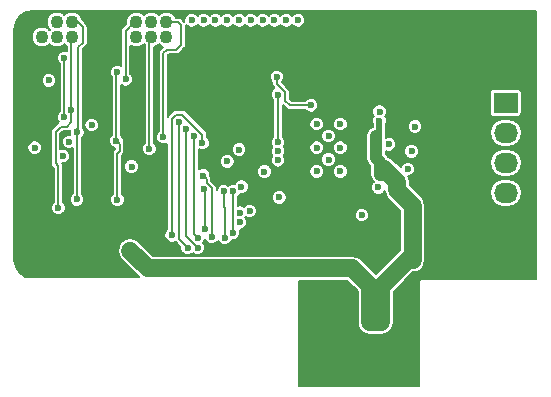
<source format=gbr>
G04 #@! TF.FileFunction,Copper,L2,Inr,Signal*
%FSLAX46Y46*%
G04 Gerber Fmt 4.6, Leading zero omitted, Abs format (unit mm)*
G04 Created by KiCad (PCBNEW 4.0.3+e1-6302~38~ubuntu14.04.1-stable) date Wed Sep  7 14:23:00 2016*
%MOMM*%
%LPD*%
G01*
G04 APERTURE LIST*
%ADD10C,0.100000*%
%ADD11C,0.600000*%
%ADD12R,2.032000X1.727200*%
%ADD13O,2.032000X1.727200*%
%ADD14C,1.100000*%
%ADD15C,0.150000*%
%ADD16C,1.500000*%
%ADD17C,1.000000*%
%ADD18C,0.500000*%
%ADD19C,0.200000*%
G04 APERTURE END LIST*
D10*
D11*
X152000000Y-83000000D03*
X152000000Y-81000000D03*
X153000000Y-84000000D03*
X151000000Y-84000000D03*
X153000000Y-82000000D03*
X151000000Y-82000000D03*
X153000000Y-80000000D03*
X151000000Y-80000000D03*
D12*
X167000000Y-78190000D03*
D13*
X167000000Y-80730000D03*
X167000000Y-83270000D03*
X167000000Y-85810000D03*
D11*
X143425000Y-83150000D03*
X144425000Y-82150000D03*
D14*
X138270000Y-72635000D03*
X138270000Y-71365000D03*
X137000000Y-72635000D03*
X137000000Y-71365000D03*
X135730000Y-72635000D03*
X135730000Y-71365000D03*
X130270000Y-72635000D03*
X130270000Y-71365000D03*
X129000000Y-72635000D03*
X129000000Y-71365000D03*
X127730000Y-72635000D03*
X127730000Y-71365000D03*
D11*
X149425000Y-71200000D03*
X148425000Y-71200000D03*
X147425000Y-71200000D03*
X146425000Y-71200000D03*
X145425000Y-71200000D03*
X144425000Y-71200000D03*
X143425000Y-71200000D03*
X142425000Y-71200000D03*
X141425000Y-71200000D03*
X140425000Y-71200000D03*
X129525000Y-82700000D03*
X135325000Y-77500000D03*
X140725000Y-76900000D03*
X138025000Y-83200000D03*
X149025000Y-73700000D03*
X151825000Y-90500000D03*
X150825000Y-90500000D03*
X149825000Y-90500000D03*
X140925000Y-90450000D03*
X139925000Y-80400000D03*
X140075000Y-90450000D03*
X139325000Y-79800000D03*
X143925000Y-89200000D03*
X143925000Y-85700000D03*
X143225000Y-89600000D03*
X143125000Y-85700000D03*
X156475000Y-95700000D03*
X156475000Y-94650000D03*
X156525000Y-93700000D03*
X155525000Y-93700000D03*
X155525000Y-94650000D03*
X155525000Y-95700000D03*
X155525000Y-96750000D03*
X156475000Y-96750000D03*
X135225000Y-90700000D03*
X156350000Y-84275000D03*
X156300000Y-79725000D03*
X141375000Y-84350000D03*
X142125000Y-89550000D03*
X141525000Y-88900000D03*
X141425000Y-85500000D03*
X138725000Y-89400000D03*
X141325000Y-81600000D03*
X156225000Y-85350000D03*
X156325000Y-78950000D03*
X147825000Y-86200000D03*
X159325000Y-80200000D03*
X157125000Y-81700000D03*
X159025000Y-82300000D03*
X158725000Y-83800000D03*
X144625000Y-85300000D03*
X154825000Y-87700000D03*
X150525000Y-78400000D03*
X147625000Y-76000000D03*
X146575000Y-84025000D03*
X129625000Y-74400000D03*
X129625000Y-79400000D03*
X138025000Y-81100000D03*
X130025000Y-81500000D03*
X136825000Y-82100000D03*
X134825000Y-76200000D03*
X128325000Y-76300000D03*
X147725000Y-83050000D03*
X135325000Y-83600000D03*
X147725000Y-82300000D03*
X127125000Y-82000000D03*
X147725000Y-77500000D03*
X147725000Y-81550000D03*
X131950000Y-80075000D03*
X140925000Y-89600000D03*
X140625000Y-81000000D03*
X144475000Y-88300000D03*
X129125000Y-87100000D03*
X130225000Y-78800000D03*
X134125000Y-86400000D03*
X145325000Y-87350000D03*
X134125000Y-75600000D03*
X134025000Y-81400000D03*
X144475000Y-87500000D03*
X130700000Y-86375000D03*
X130725000Y-80700000D03*
D15*
X135725000Y-72640000D02*
X135730000Y-72635000D01*
X139925000Y-89450000D02*
X140925000Y-90450000D01*
X139925000Y-89450000D02*
X139925000Y-80400000D01*
X139325000Y-89700000D02*
X140075000Y-90450000D01*
X139325000Y-89700000D02*
X139325000Y-79800000D01*
X143925000Y-85700000D02*
X143925000Y-89200000D01*
X143225000Y-89600000D02*
X143225000Y-87100000D01*
X143125000Y-87000000D02*
X143125000Y-85700000D01*
X143225000Y-87100000D02*
X143125000Y-87000000D01*
D16*
X159125000Y-91500000D02*
X158725000Y-91500000D01*
X158725000Y-91500000D02*
X156475000Y-93750000D01*
X156475000Y-93750000D02*
X156475000Y-95700000D01*
X157825000Y-84900000D02*
X156725000Y-83800000D01*
X157825000Y-85600000D02*
X157825000Y-84900000D01*
X159125000Y-86900000D02*
X157825000Y-85600000D01*
D17*
X157200000Y-84275000D02*
X157175000Y-84300000D01*
X157175000Y-84300000D02*
X156725000Y-84300000D01*
X156725000Y-84300000D02*
X156725000Y-83800000D01*
X156350000Y-84275000D02*
X157200000Y-84275000D01*
D16*
X159125000Y-89400000D02*
X159125000Y-86900000D01*
X159125000Y-91500000D02*
X159125000Y-89400000D01*
X156475000Y-95700000D02*
X156475000Y-96750000D01*
X156475000Y-96750000D02*
X155525000Y-96750000D01*
X155525000Y-96750000D02*
X155525000Y-95700000D01*
X155525000Y-95700000D02*
X155525000Y-94650000D01*
X155525000Y-94650000D02*
X155525000Y-93700000D01*
X155525000Y-93700000D02*
X154025000Y-92200000D01*
X154025000Y-92200000D02*
X150975000Y-92200000D01*
X150975000Y-92200000D02*
X149275000Y-92200000D01*
X136725000Y-92200000D02*
X135225000Y-90700000D01*
X149275000Y-92200000D02*
X136725000Y-92200000D01*
D17*
X156350000Y-84275000D02*
X156350000Y-83225000D01*
D18*
X156300000Y-80725000D02*
X156300000Y-79725000D01*
X156025000Y-81000000D02*
X156300000Y-80725000D01*
D17*
X156025000Y-82900000D02*
X156025000Y-81000000D01*
X156350000Y-83225000D02*
X156025000Y-82900000D01*
D15*
X142125000Y-85400000D02*
X141675000Y-84950000D01*
X141675000Y-84950000D02*
X141675000Y-84650000D01*
X141675000Y-84650000D02*
X141375000Y-84350000D01*
X142125000Y-89550000D02*
X142125000Y-85400000D01*
X141525000Y-88900000D02*
X141525000Y-85600000D01*
X141525000Y-85600000D02*
X141425000Y-85500000D01*
X138725000Y-89400000D02*
X138725000Y-79600000D01*
X141325000Y-80900000D02*
X141325000Y-81600000D01*
X139625000Y-79200000D02*
X141325000Y-80900000D01*
X139125000Y-79200000D02*
X139625000Y-79200000D01*
X138725000Y-79600000D02*
X139125000Y-79200000D01*
X150525000Y-78400000D02*
X148725000Y-78400000D01*
X147625000Y-76600000D02*
X147625000Y-76000000D01*
X148325000Y-77300000D02*
X147625000Y-76600000D01*
X148325000Y-78000000D02*
X148325000Y-77300000D01*
X148725000Y-78400000D02*
X148325000Y-78000000D01*
X129625000Y-74400000D02*
X129625000Y-79400000D01*
X138025000Y-81100000D02*
X138025000Y-74000000D01*
X139290000Y-71365000D02*
X138270000Y-71365000D01*
X139525000Y-71600000D02*
X139290000Y-71365000D01*
X139525000Y-73300000D02*
X139525000Y-71600000D01*
X139125000Y-73700000D02*
X139525000Y-73300000D01*
X138325000Y-73700000D02*
X139125000Y-73700000D01*
X138025000Y-74000000D02*
X138325000Y-73700000D01*
X136825000Y-72810000D02*
X136825000Y-82100000D01*
X136825000Y-72810000D02*
X137000000Y-72635000D01*
X137025000Y-72660000D02*
X137000000Y-72635000D01*
X134825000Y-76200000D02*
X134825000Y-72100000D01*
X134825000Y-72100000D02*
X135560000Y-71365000D01*
X135560000Y-71365000D02*
X135730000Y-71365000D01*
X147725000Y-81550000D02*
X147725000Y-77500000D01*
X140625000Y-89300000D02*
X140925000Y-89600000D01*
X140625000Y-89300000D02*
X140625000Y-81000000D01*
X129125000Y-83550000D02*
X128900000Y-83325000D01*
X129125000Y-87100000D02*
X129125000Y-83550000D01*
X130225000Y-78800000D02*
X130225000Y-79850000D01*
X129875000Y-80200000D02*
X130225000Y-79850000D01*
X129350000Y-80200000D02*
X129875000Y-80200000D01*
X128900000Y-80650000D02*
X129350000Y-80200000D01*
X128900000Y-83325000D02*
X128900000Y-80650000D01*
X130225000Y-72680000D02*
X130225000Y-78800000D01*
X130225000Y-72680000D02*
X130270000Y-72635000D01*
X134125000Y-82500000D02*
X134325000Y-82300000D01*
X134325000Y-82300000D02*
X134325000Y-81700000D01*
X134025000Y-81400000D02*
X134325000Y-81700000D01*
X134125000Y-86400000D02*
X134125000Y-82500000D01*
X134025000Y-75700000D02*
X134125000Y-75600000D01*
X134025000Y-81400000D02*
X134025000Y-75700000D01*
X130725000Y-80700000D02*
X130725000Y-86350000D01*
X130725000Y-86350000D02*
X130700000Y-86375000D01*
X130725000Y-80700000D02*
X130725000Y-80700000D01*
X130725000Y-80700000D02*
X130725000Y-80400000D01*
X131225000Y-71800000D02*
X130790000Y-71365000D01*
X131225000Y-73100000D02*
X131225000Y-71800000D01*
X130825000Y-73500000D02*
X131225000Y-73100000D01*
X130825000Y-80300000D02*
X130825000Y-73500000D01*
X130725000Y-80400000D02*
X130825000Y-80300000D01*
X130790000Y-71365000D02*
X130270000Y-71365000D01*
D19*
G36*
X169597716Y-70402284D02*
X169605000Y-70438903D01*
X169605000Y-93061097D01*
X169597716Y-93097716D01*
X169586234Y-93100000D01*
X159800000Y-93100000D01*
X159761094Y-93107879D01*
X159728319Y-93130273D01*
X159706839Y-93163654D01*
X159700000Y-93200000D01*
X159700000Y-102200000D01*
X149500000Y-102200000D01*
X149500000Y-93270000D01*
X153581792Y-93270000D01*
X154455000Y-94143208D01*
X154455000Y-96750000D01*
X154536449Y-97159471D01*
X154768396Y-97506604D01*
X155115529Y-97738551D01*
X155525000Y-97820000D01*
X156475000Y-97820000D01*
X156884471Y-97738551D01*
X157231604Y-97506604D01*
X157463551Y-97159471D01*
X157545000Y-96750000D01*
X157545000Y-94193208D01*
X159178938Y-92559271D01*
X159534471Y-92488551D01*
X159881604Y-92256604D01*
X160113551Y-91909471D01*
X160195000Y-91500000D01*
X160195000Y-86900000D01*
X160113551Y-86490529D01*
X160106444Y-86479892D01*
X159881605Y-86143396D01*
X159548209Y-85810000D01*
X165637826Y-85810000D01*
X165727922Y-86262944D01*
X165984494Y-86646932D01*
X166368482Y-86903504D01*
X166821426Y-86993600D01*
X167178574Y-86993600D01*
X167631518Y-86903504D01*
X168015506Y-86646932D01*
X168272078Y-86262944D01*
X168362174Y-85810000D01*
X168272078Y-85357056D01*
X168015506Y-84973068D01*
X167631518Y-84716496D01*
X167178574Y-84626400D01*
X166821426Y-84626400D01*
X166368482Y-84716496D01*
X165984494Y-84973068D01*
X165727922Y-85357056D01*
X165637826Y-85810000D01*
X159548209Y-85810000D01*
X158895000Y-85156792D01*
X158895000Y-84900000D01*
X158813551Y-84490529D01*
X158766450Y-84420037D01*
X158847785Y-84420108D01*
X159075743Y-84325917D01*
X159250304Y-84151661D01*
X159344893Y-83923867D01*
X159345108Y-83677215D01*
X159250917Y-83449257D01*
X159076661Y-83274696D01*
X159065352Y-83270000D01*
X165637826Y-83270000D01*
X165727922Y-83722944D01*
X165984494Y-84106932D01*
X166368482Y-84363504D01*
X166821426Y-84453600D01*
X167178574Y-84453600D01*
X167631518Y-84363504D01*
X168015506Y-84106932D01*
X168272078Y-83722944D01*
X168362174Y-83270000D01*
X168272078Y-82817056D01*
X168015506Y-82433068D01*
X167631518Y-82176496D01*
X167178574Y-82086400D01*
X166821426Y-82086400D01*
X166368482Y-82176496D01*
X165984494Y-82433068D01*
X165727922Y-82817056D01*
X165637826Y-83270000D01*
X159065352Y-83270000D01*
X158848867Y-83180107D01*
X158602215Y-83179892D01*
X158374257Y-83274083D01*
X158199696Y-83448339D01*
X158107816Y-83669608D01*
X157481604Y-83043396D01*
X157134471Y-82811449D01*
X157026592Y-82789990D01*
X156929828Y-82645172D01*
X156929825Y-82645170D01*
X156845000Y-82560345D01*
X156845000Y-82422785D01*
X158404892Y-82422785D01*
X158499083Y-82650743D01*
X158673339Y-82825304D01*
X158901133Y-82919893D01*
X159147785Y-82920108D01*
X159375743Y-82825917D01*
X159550304Y-82651661D01*
X159644893Y-82423867D01*
X159645108Y-82177215D01*
X159550917Y-81949257D01*
X159376661Y-81774696D01*
X159148867Y-81680107D01*
X158902215Y-81679892D01*
X158674257Y-81774083D01*
X158499696Y-81948339D01*
X158405107Y-82176133D01*
X158404892Y-82422785D01*
X156845000Y-82422785D01*
X156845000Y-82255060D01*
X157001133Y-82319893D01*
X157247785Y-82320108D01*
X157475743Y-82225917D01*
X157650304Y-82051661D01*
X157744893Y-81823867D01*
X157745108Y-81577215D01*
X157650917Y-81349257D01*
X157476661Y-81174696D01*
X157248867Y-81080107D01*
X157002215Y-81079892D01*
X156845000Y-81144852D01*
X156845000Y-81000000D01*
X156830150Y-80925343D01*
X156870000Y-80725000D01*
X156870000Y-80322785D01*
X158704892Y-80322785D01*
X158799083Y-80550743D01*
X158973339Y-80725304D01*
X159201133Y-80819893D01*
X159447785Y-80820108D01*
X159665861Y-80730000D01*
X165637826Y-80730000D01*
X165727922Y-81182944D01*
X165984494Y-81566932D01*
X166368482Y-81823504D01*
X166821426Y-81913600D01*
X167178574Y-81913600D01*
X167631518Y-81823504D01*
X168015506Y-81566932D01*
X168272078Y-81182944D01*
X168362174Y-80730000D01*
X168272078Y-80277056D01*
X168015506Y-79893068D01*
X167631518Y-79636496D01*
X167178574Y-79546400D01*
X166821426Y-79546400D01*
X166368482Y-79636496D01*
X165984494Y-79893068D01*
X165727922Y-80277056D01*
X165637826Y-80730000D01*
X159665861Y-80730000D01*
X159675743Y-80725917D01*
X159850304Y-80551661D01*
X159944893Y-80323867D01*
X159945108Y-80077215D01*
X159850917Y-79849257D01*
X159676661Y-79674696D01*
X159448867Y-79580107D01*
X159202215Y-79579892D01*
X158974257Y-79674083D01*
X158799696Y-79848339D01*
X158705107Y-80076133D01*
X158704892Y-80322785D01*
X156870000Y-80322785D01*
X156870000Y-79969022D01*
X156919893Y-79848867D01*
X156920108Y-79602215D01*
X156825917Y-79374257D01*
X156801791Y-79350089D01*
X156850304Y-79301661D01*
X156944893Y-79073867D01*
X156945108Y-78827215D01*
X156850917Y-78599257D01*
X156676661Y-78424696D01*
X156448867Y-78330107D01*
X156202215Y-78329892D01*
X155974257Y-78424083D01*
X155799696Y-78598339D01*
X155705107Y-78826133D01*
X155704892Y-79072785D01*
X155799083Y-79300743D01*
X155823209Y-79324911D01*
X155774696Y-79373339D01*
X155680107Y-79601133D01*
X155679892Y-79847785D01*
X155730000Y-79969055D01*
X155730000Y-80238679D01*
X155711200Y-80242419D01*
X155445172Y-80420172D01*
X155267419Y-80686200D01*
X155205000Y-81000000D01*
X155205000Y-82899995D01*
X155204999Y-82900000D01*
X155267419Y-83213801D01*
X155445172Y-83479828D01*
X155530000Y-83564656D01*
X155530000Y-84275000D01*
X155592419Y-84588800D01*
X155770172Y-84854828D01*
X155814073Y-84884162D01*
X155699696Y-84998339D01*
X155605107Y-85226133D01*
X155604892Y-85472785D01*
X155699083Y-85700743D01*
X155873339Y-85875304D01*
X156101133Y-85969893D01*
X156347785Y-85970108D01*
X156575743Y-85875917D01*
X156750304Y-85701661D01*
X156767151Y-85661089D01*
X156836449Y-86009471D01*
X157068396Y-86356604D01*
X158055000Y-87343209D01*
X158055000Y-90685528D01*
X157968396Y-90743395D01*
X156025000Y-92686792D01*
X154781604Y-91443396D01*
X154434471Y-91211449D01*
X154025000Y-91130000D01*
X137168208Y-91130000D01*
X135981604Y-89943396D01*
X135634471Y-89711449D01*
X135225000Y-89630000D01*
X134815529Y-89711449D01*
X134468396Y-89943396D01*
X134236449Y-90290529D01*
X134155000Y-90700000D01*
X134236449Y-91109471D01*
X134468396Y-91456604D01*
X135911792Y-92900000D01*
X126275496Y-92900000D01*
X125870565Y-92629435D01*
X125524323Y-92111245D01*
X125395000Y-91461096D01*
X125395000Y-82122785D01*
X126504892Y-82122785D01*
X126599083Y-82350743D01*
X126773339Y-82525304D01*
X127001133Y-82619893D01*
X127247785Y-82620108D01*
X127475743Y-82525917D01*
X127650304Y-82351661D01*
X127744893Y-82123867D01*
X127745108Y-81877215D01*
X127650917Y-81649257D01*
X127476661Y-81474696D01*
X127248867Y-81380107D01*
X127002215Y-81379892D01*
X126774257Y-81474083D01*
X126599696Y-81648339D01*
X126505107Y-81876133D01*
X126504892Y-82122785D01*
X125395000Y-82122785D01*
X125395000Y-76422785D01*
X127704892Y-76422785D01*
X127799083Y-76650743D01*
X127973339Y-76825304D01*
X128201133Y-76919893D01*
X128447785Y-76920108D01*
X128675743Y-76825917D01*
X128850304Y-76651661D01*
X128944893Y-76423867D01*
X128945108Y-76177215D01*
X128850917Y-75949257D01*
X128676661Y-75774696D01*
X128448867Y-75680107D01*
X128202215Y-75679892D01*
X127974257Y-75774083D01*
X127799696Y-75948339D01*
X127705107Y-76176133D01*
X127704892Y-76422785D01*
X125395000Y-76422785D01*
X125395000Y-72807294D01*
X126859850Y-72807294D01*
X126992020Y-73127171D01*
X127236541Y-73372120D01*
X127556187Y-73504848D01*
X127902294Y-73505150D01*
X128222171Y-73372980D01*
X128365035Y-73230366D01*
X128506541Y-73372120D01*
X128826187Y-73504848D01*
X129172294Y-73505150D01*
X129492171Y-73372980D01*
X129635035Y-73230366D01*
X129776541Y-73372120D01*
X129830000Y-73394318D01*
X129830000Y-73813797D01*
X129748867Y-73780107D01*
X129502215Y-73779892D01*
X129274257Y-73874083D01*
X129099696Y-74048339D01*
X129005107Y-74276133D01*
X129004892Y-74522785D01*
X129099083Y-74750743D01*
X129230000Y-74881889D01*
X129230000Y-78918263D01*
X129099696Y-79048339D01*
X129005107Y-79276133D01*
X129004892Y-79522785D01*
X129099083Y-79750743D01*
X129189494Y-79841313D01*
X129070693Y-79920693D01*
X128620693Y-80370693D01*
X128535068Y-80498840D01*
X128505000Y-80650000D01*
X128505000Y-83325000D01*
X128535068Y-83476160D01*
X128620693Y-83604307D01*
X128730000Y-83713614D01*
X128730000Y-86618263D01*
X128599696Y-86748339D01*
X128505107Y-86976133D01*
X128504892Y-87222785D01*
X128599083Y-87450743D01*
X128773339Y-87625304D01*
X129001133Y-87719893D01*
X129247785Y-87720108D01*
X129475743Y-87625917D01*
X129650304Y-87451661D01*
X129744893Y-87223867D01*
X129745108Y-86977215D01*
X129650917Y-86749257D01*
X129520000Y-86618111D01*
X129520000Y-83550000D01*
X129489932Y-83398840D01*
X129437202Y-83319924D01*
X129647785Y-83320108D01*
X129875743Y-83225917D01*
X130050304Y-83051661D01*
X130144893Y-82823867D01*
X130145108Y-82577215D01*
X130050917Y-82349257D01*
X129876661Y-82174696D01*
X129648867Y-82080107D01*
X129402215Y-82079892D01*
X129295000Y-82124193D01*
X129295000Y-80813614D01*
X129513614Y-80595000D01*
X129875000Y-80595000D01*
X130026160Y-80564932D01*
X130141859Y-80487624D01*
X130105107Y-80576133D01*
X130104892Y-80822785D01*
X130128570Y-80880089D01*
X129902215Y-80879892D01*
X129674257Y-80974083D01*
X129499696Y-81148339D01*
X129405107Y-81376133D01*
X129404892Y-81622785D01*
X129499083Y-81850743D01*
X129673339Y-82025304D01*
X129901133Y-82119893D01*
X130147785Y-82120108D01*
X130330000Y-82044818D01*
X130330000Y-85868306D01*
X130174696Y-86023339D01*
X130080107Y-86251133D01*
X130079892Y-86497785D01*
X130174083Y-86725743D01*
X130348339Y-86900304D01*
X130576133Y-86994893D01*
X130822785Y-86995108D01*
X131050743Y-86900917D01*
X131225304Y-86726661D01*
X131319893Y-86498867D01*
X131320108Y-86252215D01*
X131225917Y-86024257D01*
X131120000Y-85918155D01*
X131120000Y-81522785D01*
X133404892Y-81522785D01*
X133499083Y-81750743D01*
X133673339Y-81925304D01*
X133901133Y-82019893D01*
X133930000Y-82019918D01*
X133930000Y-82136386D01*
X133845693Y-82220693D01*
X133760068Y-82348840D01*
X133730000Y-82500000D01*
X133730000Y-85918263D01*
X133599696Y-86048339D01*
X133505107Y-86276133D01*
X133504892Y-86522785D01*
X133599083Y-86750743D01*
X133773339Y-86925304D01*
X134001133Y-87019893D01*
X134247785Y-87020108D01*
X134475743Y-86925917D01*
X134650304Y-86751661D01*
X134744893Y-86523867D01*
X134745108Y-86277215D01*
X134650917Y-86049257D01*
X134520000Y-85918111D01*
X134520000Y-83722785D01*
X134704892Y-83722785D01*
X134799083Y-83950743D01*
X134973339Y-84125304D01*
X135201133Y-84219893D01*
X135447785Y-84220108D01*
X135675743Y-84125917D01*
X135850304Y-83951661D01*
X135944893Y-83723867D01*
X135945108Y-83477215D01*
X135850917Y-83249257D01*
X135676661Y-83074696D01*
X135448867Y-82980107D01*
X135202215Y-82979892D01*
X134974257Y-83074083D01*
X134799696Y-83248339D01*
X134705107Y-83476133D01*
X134704892Y-83722785D01*
X134520000Y-83722785D01*
X134520000Y-82663614D01*
X134604307Y-82579307D01*
X134639981Y-82525917D01*
X134689932Y-82451160D01*
X134720000Y-82300000D01*
X134720000Y-81700000D01*
X134689932Y-81548840D01*
X134644930Y-81481490D01*
X134645108Y-81277215D01*
X134550917Y-81049257D01*
X134420000Y-80918111D01*
X134420000Y-76671872D01*
X134473339Y-76725304D01*
X134701133Y-76819893D01*
X134947785Y-76820108D01*
X135175743Y-76725917D01*
X135350304Y-76551661D01*
X135444893Y-76323867D01*
X135445108Y-76077215D01*
X135350917Y-75849257D01*
X135220000Y-75718111D01*
X135220000Y-73355550D01*
X135236541Y-73372120D01*
X135556187Y-73504848D01*
X135902294Y-73505150D01*
X136222171Y-73372980D01*
X136365035Y-73230366D01*
X136430000Y-73295445D01*
X136430000Y-81618263D01*
X136299696Y-81748339D01*
X136205107Y-81976133D01*
X136204892Y-82222785D01*
X136299083Y-82450743D01*
X136473339Y-82625304D01*
X136701133Y-82719893D01*
X136947785Y-82720108D01*
X137175743Y-82625917D01*
X137350304Y-82451661D01*
X137444893Y-82223867D01*
X137445108Y-81977215D01*
X137350917Y-81749257D01*
X137220000Y-81618111D01*
X137220000Y-73485438D01*
X137492171Y-73372980D01*
X137635035Y-73230366D01*
X137776541Y-73372120D01*
X138001044Y-73465342D01*
X137745693Y-73720693D01*
X137660068Y-73848840D01*
X137630000Y-74000000D01*
X137630000Y-80618263D01*
X137499696Y-80748339D01*
X137405107Y-80976133D01*
X137404892Y-81222785D01*
X137499083Y-81450743D01*
X137673339Y-81625304D01*
X137901133Y-81719893D01*
X138147785Y-81720108D01*
X138330000Y-81644818D01*
X138330000Y-88918263D01*
X138199696Y-89048339D01*
X138105107Y-89276133D01*
X138104892Y-89522785D01*
X138199083Y-89750743D01*
X138373339Y-89925304D01*
X138601133Y-90019893D01*
X138847785Y-90020108D01*
X139024239Y-89947198D01*
X139045693Y-89979307D01*
X139455052Y-90388666D01*
X139454892Y-90572785D01*
X139549083Y-90800743D01*
X139723339Y-90975304D01*
X139951133Y-91069893D01*
X140197785Y-91070108D01*
X140425743Y-90975917D01*
X140499977Y-90901813D01*
X140573339Y-90975304D01*
X140801133Y-91069893D01*
X141047785Y-91070108D01*
X141275743Y-90975917D01*
X141450304Y-90801661D01*
X141544893Y-90573867D01*
X141545108Y-90327215D01*
X141450917Y-90099257D01*
X141376813Y-90025023D01*
X141450304Y-89951661D01*
X141535423Y-89746674D01*
X141599083Y-89900743D01*
X141773339Y-90075304D01*
X142001133Y-90169893D01*
X142247785Y-90170108D01*
X142475743Y-90075917D01*
X142650304Y-89901661D01*
X142664588Y-89867260D01*
X142699083Y-89950743D01*
X142873339Y-90125304D01*
X143101133Y-90219893D01*
X143347785Y-90220108D01*
X143575743Y-90125917D01*
X143750304Y-89951661D01*
X143805018Y-89819896D01*
X144047785Y-89820108D01*
X144275743Y-89725917D01*
X144450304Y-89551661D01*
X144544893Y-89323867D01*
X144545108Y-89077215D01*
X144480150Y-88920005D01*
X144597785Y-88920108D01*
X144825743Y-88825917D01*
X145000304Y-88651661D01*
X145094893Y-88423867D01*
X145095108Y-88177215D01*
X145000917Y-87949257D01*
X144951813Y-87900067D01*
X144975656Y-87876266D01*
X145201133Y-87969893D01*
X145447785Y-87970108D01*
X145675743Y-87875917D01*
X145728967Y-87822785D01*
X154204892Y-87822785D01*
X154299083Y-88050743D01*
X154473339Y-88225304D01*
X154701133Y-88319893D01*
X154947785Y-88320108D01*
X155175743Y-88225917D01*
X155350304Y-88051661D01*
X155444893Y-87823867D01*
X155445108Y-87577215D01*
X155350917Y-87349257D01*
X155176661Y-87174696D01*
X154948867Y-87080107D01*
X154702215Y-87079892D01*
X154474257Y-87174083D01*
X154299696Y-87348339D01*
X154205107Y-87576133D01*
X154204892Y-87822785D01*
X145728967Y-87822785D01*
X145850304Y-87701661D01*
X145944893Y-87473867D01*
X145945108Y-87227215D01*
X145850917Y-86999257D01*
X145676661Y-86824696D01*
X145448867Y-86730107D01*
X145202215Y-86729892D01*
X144974257Y-86824083D01*
X144824344Y-86973734D01*
X144598867Y-86880107D01*
X144352215Y-86879892D01*
X144320000Y-86893203D01*
X144320000Y-86322785D01*
X147204892Y-86322785D01*
X147299083Y-86550743D01*
X147473339Y-86725304D01*
X147701133Y-86819893D01*
X147947785Y-86820108D01*
X148175743Y-86725917D01*
X148350304Y-86551661D01*
X148444893Y-86323867D01*
X148445108Y-86077215D01*
X148350917Y-85849257D01*
X148176661Y-85674696D01*
X147948867Y-85580107D01*
X147702215Y-85579892D01*
X147474257Y-85674083D01*
X147299696Y-85848339D01*
X147205107Y-86076133D01*
X147204892Y-86322785D01*
X144320000Y-86322785D01*
X144320000Y-86181737D01*
X144450304Y-86051661D01*
X144505018Y-85919896D01*
X144747785Y-85920108D01*
X144975743Y-85825917D01*
X145150304Y-85651661D01*
X145244893Y-85423867D01*
X145245108Y-85177215D01*
X145150917Y-84949257D01*
X144976661Y-84774696D01*
X144748867Y-84680107D01*
X144502215Y-84679892D01*
X144274257Y-84774083D01*
X144099696Y-84948339D01*
X144044982Y-85080104D01*
X143802215Y-85079892D01*
X143574257Y-85174083D01*
X143525067Y-85223187D01*
X143476661Y-85174696D01*
X143248867Y-85080107D01*
X143002215Y-85079892D01*
X142774257Y-85174083D01*
X142599696Y-85348339D01*
X142520000Y-85540267D01*
X142520000Y-85400000D01*
X142489932Y-85248840D01*
X142404307Y-85120693D01*
X142070000Y-84786386D01*
X142070000Y-84650000D01*
X142039932Y-84498840D01*
X141994930Y-84431490D01*
X141995108Y-84227215D01*
X141962288Y-84147785D01*
X145954892Y-84147785D01*
X146049083Y-84375743D01*
X146223339Y-84550304D01*
X146451133Y-84644893D01*
X146697785Y-84645108D01*
X146925743Y-84550917D01*
X147100304Y-84376661D01*
X147194893Y-84148867D01*
X147194915Y-84122785D01*
X150379892Y-84122785D01*
X150474083Y-84350743D01*
X150648339Y-84525304D01*
X150876133Y-84619893D01*
X151122785Y-84620108D01*
X151350743Y-84525917D01*
X151525304Y-84351661D01*
X151619893Y-84123867D01*
X151619893Y-84122785D01*
X152379892Y-84122785D01*
X152474083Y-84350743D01*
X152648339Y-84525304D01*
X152876133Y-84619893D01*
X153122785Y-84620108D01*
X153350743Y-84525917D01*
X153525304Y-84351661D01*
X153619893Y-84123867D01*
X153620108Y-83877215D01*
X153525917Y-83649257D01*
X153351661Y-83474696D01*
X153123867Y-83380107D01*
X152877215Y-83379892D01*
X152649257Y-83474083D01*
X152474696Y-83648339D01*
X152380107Y-83876133D01*
X152379892Y-84122785D01*
X151619893Y-84122785D01*
X151620108Y-83877215D01*
X151525917Y-83649257D01*
X151351661Y-83474696D01*
X151123867Y-83380107D01*
X150877215Y-83379892D01*
X150649257Y-83474083D01*
X150474696Y-83648339D01*
X150380107Y-83876133D01*
X150379892Y-84122785D01*
X147194915Y-84122785D01*
X147195108Y-83902215D01*
X147100917Y-83674257D01*
X146926661Y-83499696D01*
X146698867Y-83405107D01*
X146452215Y-83404892D01*
X146224257Y-83499083D01*
X146049696Y-83673339D01*
X145955107Y-83901133D01*
X145954892Y-84147785D01*
X141962288Y-84147785D01*
X141900917Y-83999257D01*
X141726661Y-83824696D01*
X141498867Y-83730107D01*
X141252215Y-83729892D01*
X141024257Y-83824083D01*
X141020000Y-83828333D01*
X141020000Y-83272785D01*
X142804892Y-83272785D01*
X142899083Y-83500743D01*
X143073339Y-83675304D01*
X143301133Y-83769893D01*
X143547785Y-83770108D01*
X143775743Y-83675917D01*
X143950304Y-83501661D01*
X144044893Y-83273867D01*
X144045108Y-83027215D01*
X143950917Y-82799257D01*
X143776661Y-82624696D01*
X143548867Y-82530107D01*
X143302215Y-82529892D01*
X143074257Y-82624083D01*
X142899696Y-82798339D01*
X142805107Y-83026133D01*
X142804892Y-83272785D01*
X141020000Y-83272785D01*
X141020000Y-82272785D01*
X143804892Y-82272785D01*
X143899083Y-82500743D01*
X144073339Y-82675304D01*
X144301133Y-82769893D01*
X144547785Y-82770108D01*
X144775743Y-82675917D01*
X144950304Y-82501661D01*
X145044893Y-82273867D01*
X145045108Y-82027215D01*
X144950917Y-81799257D01*
X144776661Y-81624696D01*
X144548867Y-81530107D01*
X144302215Y-81529892D01*
X144074257Y-81624083D01*
X143899696Y-81798339D01*
X143805107Y-82026133D01*
X143804892Y-82272785D01*
X141020000Y-82272785D01*
X141020000Y-82144679D01*
X141201133Y-82219893D01*
X141447785Y-82220108D01*
X141675743Y-82125917D01*
X141850304Y-81951661D01*
X141944893Y-81723867D01*
X141945108Y-81477215D01*
X141850917Y-81249257D01*
X141720000Y-81118111D01*
X141720000Y-80900000D01*
X141689932Y-80748840D01*
X141604307Y-80620693D01*
X139904307Y-78920693D01*
X139776160Y-78835068D01*
X139625000Y-78805000D01*
X139125000Y-78805000D01*
X138973840Y-78835068D01*
X138845693Y-78920693D01*
X138445693Y-79320693D01*
X138420000Y-79359145D01*
X138420000Y-76122785D01*
X147004892Y-76122785D01*
X147099083Y-76350743D01*
X147230000Y-76481889D01*
X147230000Y-76600000D01*
X147260068Y-76751160D01*
X147345693Y-76879307D01*
X147421110Y-76954724D01*
X147374257Y-76974083D01*
X147199696Y-77148339D01*
X147105107Y-77376133D01*
X147104892Y-77622785D01*
X147199083Y-77850743D01*
X147330000Y-77981889D01*
X147330000Y-81068263D01*
X147199696Y-81198339D01*
X147105107Y-81426133D01*
X147104892Y-81672785D01*
X147199083Y-81900743D01*
X147223187Y-81924889D01*
X147199696Y-81948339D01*
X147105107Y-82176133D01*
X147104892Y-82422785D01*
X147199083Y-82650743D01*
X147223187Y-82674889D01*
X147199696Y-82698339D01*
X147105107Y-82926133D01*
X147104892Y-83172785D01*
X147199083Y-83400743D01*
X147373339Y-83575304D01*
X147601133Y-83669893D01*
X147847785Y-83670108D01*
X148075743Y-83575917D01*
X148250304Y-83401661D01*
X148344893Y-83173867D01*
X148344937Y-83122785D01*
X151379892Y-83122785D01*
X151474083Y-83350743D01*
X151648339Y-83525304D01*
X151876133Y-83619893D01*
X152122785Y-83620108D01*
X152350743Y-83525917D01*
X152525304Y-83351661D01*
X152619893Y-83123867D01*
X152620108Y-82877215D01*
X152525917Y-82649257D01*
X152351661Y-82474696D01*
X152123867Y-82380107D01*
X151877215Y-82379892D01*
X151649257Y-82474083D01*
X151474696Y-82648339D01*
X151380107Y-82876133D01*
X151379892Y-83122785D01*
X148344937Y-83122785D01*
X148345108Y-82927215D01*
X148250917Y-82699257D01*
X148226813Y-82675111D01*
X148250304Y-82651661D01*
X148344893Y-82423867D01*
X148345108Y-82177215D01*
X148322618Y-82122785D01*
X150379892Y-82122785D01*
X150474083Y-82350743D01*
X150648339Y-82525304D01*
X150876133Y-82619893D01*
X151122785Y-82620108D01*
X151350743Y-82525917D01*
X151525304Y-82351661D01*
X151619893Y-82123867D01*
X151619893Y-82122785D01*
X152379892Y-82122785D01*
X152474083Y-82350743D01*
X152648339Y-82525304D01*
X152876133Y-82619893D01*
X153122785Y-82620108D01*
X153350743Y-82525917D01*
X153525304Y-82351661D01*
X153619893Y-82123867D01*
X153620108Y-81877215D01*
X153525917Y-81649257D01*
X153351661Y-81474696D01*
X153123867Y-81380107D01*
X152877215Y-81379892D01*
X152649257Y-81474083D01*
X152474696Y-81648339D01*
X152380107Y-81876133D01*
X152379892Y-82122785D01*
X151619893Y-82122785D01*
X151620108Y-81877215D01*
X151525917Y-81649257D01*
X151351661Y-81474696D01*
X151123867Y-81380107D01*
X150877215Y-81379892D01*
X150649257Y-81474083D01*
X150474696Y-81648339D01*
X150380107Y-81876133D01*
X150379892Y-82122785D01*
X148322618Y-82122785D01*
X148250917Y-81949257D01*
X148226813Y-81925111D01*
X148250304Y-81901661D01*
X148344893Y-81673867D01*
X148345108Y-81427215D01*
X148250917Y-81199257D01*
X148174579Y-81122785D01*
X151379892Y-81122785D01*
X151474083Y-81350743D01*
X151648339Y-81525304D01*
X151876133Y-81619893D01*
X152122785Y-81620108D01*
X152350743Y-81525917D01*
X152525304Y-81351661D01*
X152619893Y-81123867D01*
X152620108Y-80877215D01*
X152525917Y-80649257D01*
X152351661Y-80474696D01*
X152123867Y-80380107D01*
X151877215Y-80379892D01*
X151649257Y-80474083D01*
X151474696Y-80648339D01*
X151380107Y-80876133D01*
X151379892Y-81122785D01*
X148174579Y-81122785D01*
X148120000Y-81068111D01*
X148120000Y-80122785D01*
X150379892Y-80122785D01*
X150474083Y-80350743D01*
X150648339Y-80525304D01*
X150876133Y-80619893D01*
X151122785Y-80620108D01*
X151350743Y-80525917D01*
X151525304Y-80351661D01*
X151619893Y-80123867D01*
X151619893Y-80122785D01*
X152379892Y-80122785D01*
X152474083Y-80350743D01*
X152648339Y-80525304D01*
X152876133Y-80619893D01*
X153122785Y-80620108D01*
X153350743Y-80525917D01*
X153525304Y-80351661D01*
X153619893Y-80123867D01*
X153620108Y-79877215D01*
X153525917Y-79649257D01*
X153351661Y-79474696D01*
X153123867Y-79380107D01*
X152877215Y-79379892D01*
X152649257Y-79474083D01*
X152474696Y-79648339D01*
X152380107Y-79876133D01*
X152379892Y-80122785D01*
X151619893Y-80122785D01*
X151620108Y-79877215D01*
X151525917Y-79649257D01*
X151351661Y-79474696D01*
X151123867Y-79380107D01*
X150877215Y-79379892D01*
X150649257Y-79474083D01*
X150474696Y-79648339D01*
X150380107Y-79876133D01*
X150379892Y-80122785D01*
X148120000Y-80122785D01*
X148120000Y-78353614D01*
X148445693Y-78679307D01*
X148573840Y-78764932D01*
X148725000Y-78795000D01*
X150043263Y-78795000D01*
X150173339Y-78925304D01*
X150401133Y-79019893D01*
X150647785Y-79020108D01*
X150875743Y-78925917D01*
X151050304Y-78751661D01*
X151144893Y-78523867D01*
X151145108Y-78277215D01*
X151050917Y-78049257D01*
X150876661Y-77874696D01*
X150648867Y-77780107D01*
X150402215Y-77779892D01*
X150174257Y-77874083D01*
X150043111Y-78005000D01*
X148888614Y-78005000D01*
X148720000Y-77836386D01*
X148720000Y-77326400D01*
X165657731Y-77326400D01*
X165657731Y-79053600D01*
X165680044Y-79172185D01*
X165750128Y-79281098D01*
X165857063Y-79354164D01*
X165984000Y-79379869D01*
X168016000Y-79379869D01*
X168134585Y-79357556D01*
X168243498Y-79287472D01*
X168316564Y-79180537D01*
X168342269Y-79053600D01*
X168342269Y-77326400D01*
X168319956Y-77207815D01*
X168249872Y-77098902D01*
X168142937Y-77025836D01*
X168016000Y-77000131D01*
X165984000Y-77000131D01*
X165865415Y-77022444D01*
X165756502Y-77092528D01*
X165683436Y-77199463D01*
X165657731Y-77326400D01*
X148720000Y-77326400D01*
X148720000Y-77300000D01*
X148689932Y-77148840D01*
X148652306Y-77092528D01*
X148604307Y-77020692D01*
X148042696Y-76459081D01*
X148150304Y-76351661D01*
X148244893Y-76123867D01*
X148245108Y-75877215D01*
X148150917Y-75649257D01*
X147976661Y-75474696D01*
X147748867Y-75380107D01*
X147502215Y-75379892D01*
X147274257Y-75474083D01*
X147099696Y-75648339D01*
X147005107Y-75876133D01*
X147004892Y-76122785D01*
X138420000Y-76122785D01*
X138420000Y-74163614D01*
X138488614Y-74095000D01*
X139125000Y-74095000D01*
X139276160Y-74064932D01*
X139404307Y-73979307D01*
X139804307Y-73579307D01*
X139889932Y-73451160D01*
X139895992Y-73420693D01*
X139920000Y-73300000D01*
X139920000Y-71600000D01*
X139912969Y-71564653D01*
X140073339Y-71725304D01*
X140301133Y-71819893D01*
X140547785Y-71820108D01*
X140775743Y-71725917D01*
X140925108Y-71576813D01*
X141073339Y-71725304D01*
X141301133Y-71819893D01*
X141547785Y-71820108D01*
X141775743Y-71725917D01*
X141925108Y-71576813D01*
X142073339Y-71725304D01*
X142301133Y-71819893D01*
X142547785Y-71820108D01*
X142775743Y-71725917D01*
X142925108Y-71576813D01*
X143073339Y-71725304D01*
X143301133Y-71819893D01*
X143547785Y-71820108D01*
X143775743Y-71725917D01*
X143925108Y-71576813D01*
X144073339Y-71725304D01*
X144301133Y-71819893D01*
X144547785Y-71820108D01*
X144775743Y-71725917D01*
X144925108Y-71576813D01*
X145073339Y-71725304D01*
X145301133Y-71819893D01*
X145547785Y-71820108D01*
X145775743Y-71725917D01*
X145925108Y-71576813D01*
X146073339Y-71725304D01*
X146301133Y-71819893D01*
X146547785Y-71820108D01*
X146775743Y-71725917D01*
X146925108Y-71576813D01*
X147073339Y-71725304D01*
X147301133Y-71819893D01*
X147547785Y-71820108D01*
X147775743Y-71725917D01*
X147925108Y-71576813D01*
X148073339Y-71725304D01*
X148301133Y-71819893D01*
X148547785Y-71820108D01*
X148775743Y-71725917D01*
X148925108Y-71576813D01*
X149073339Y-71725304D01*
X149301133Y-71819893D01*
X149547785Y-71820108D01*
X149775743Y-71725917D01*
X149950304Y-71551661D01*
X150044893Y-71323867D01*
X150045108Y-71077215D01*
X149950917Y-70849257D01*
X149776661Y-70674696D01*
X149548867Y-70580107D01*
X149302215Y-70579892D01*
X149074257Y-70674083D01*
X148924892Y-70823187D01*
X148776661Y-70674696D01*
X148548867Y-70580107D01*
X148302215Y-70579892D01*
X148074257Y-70674083D01*
X147924892Y-70823187D01*
X147776661Y-70674696D01*
X147548867Y-70580107D01*
X147302215Y-70579892D01*
X147074257Y-70674083D01*
X146924892Y-70823187D01*
X146776661Y-70674696D01*
X146548867Y-70580107D01*
X146302215Y-70579892D01*
X146074257Y-70674083D01*
X145924892Y-70823187D01*
X145776661Y-70674696D01*
X145548867Y-70580107D01*
X145302215Y-70579892D01*
X145074257Y-70674083D01*
X144924892Y-70823187D01*
X144776661Y-70674696D01*
X144548867Y-70580107D01*
X144302215Y-70579892D01*
X144074257Y-70674083D01*
X143924892Y-70823187D01*
X143776661Y-70674696D01*
X143548867Y-70580107D01*
X143302215Y-70579892D01*
X143074257Y-70674083D01*
X142924892Y-70823187D01*
X142776661Y-70674696D01*
X142548867Y-70580107D01*
X142302215Y-70579892D01*
X142074257Y-70674083D01*
X141924892Y-70823187D01*
X141776661Y-70674696D01*
X141548867Y-70580107D01*
X141302215Y-70579892D01*
X141074257Y-70674083D01*
X140924892Y-70823187D01*
X140776661Y-70674696D01*
X140548867Y-70580107D01*
X140302215Y-70579892D01*
X140074257Y-70674083D01*
X139899696Y-70848339D01*
X139805107Y-71076133D01*
X139804893Y-71321570D01*
X139804307Y-71320693D01*
X139569307Y-71085693D01*
X139441160Y-71000068D01*
X139290000Y-70970000D01*
X139048130Y-70970000D01*
X139007980Y-70872829D01*
X138763459Y-70627880D01*
X138443813Y-70495152D01*
X138097706Y-70494850D01*
X137777829Y-70627020D01*
X137634965Y-70769634D01*
X137493459Y-70627880D01*
X137173813Y-70495152D01*
X136827706Y-70494850D01*
X136507829Y-70627020D01*
X136364965Y-70769634D01*
X136223459Y-70627880D01*
X135903813Y-70495152D01*
X135557706Y-70494850D01*
X135237829Y-70627020D01*
X134992880Y-70871541D01*
X134860152Y-71191187D01*
X134859877Y-71506509D01*
X134545693Y-71820693D01*
X134460068Y-71948840D01*
X134430000Y-72100000D01*
X134430000Y-75055321D01*
X134248867Y-74980107D01*
X134002215Y-74979892D01*
X133774257Y-75074083D01*
X133599696Y-75248339D01*
X133505107Y-75476133D01*
X133504892Y-75722785D01*
X133599083Y-75950743D01*
X133630000Y-75981714D01*
X133630000Y-80918263D01*
X133499696Y-81048339D01*
X133405107Y-81276133D01*
X133404892Y-81522785D01*
X131120000Y-81522785D01*
X131120000Y-81181737D01*
X131250304Y-81051661D01*
X131344893Y-80823867D01*
X131345108Y-80577215D01*
X131250917Y-80349257D01*
X131216967Y-80315248D01*
X131220000Y-80300000D01*
X131220000Y-80197785D01*
X131329892Y-80197785D01*
X131424083Y-80425743D01*
X131598339Y-80600304D01*
X131826133Y-80694893D01*
X132072785Y-80695108D01*
X132300743Y-80600917D01*
X132475304Y-80426661D01*
X132569893Y-80198867D01*
X132570108Y-79952215D01*
X132475917Y-79724257D01*
X132301661Y-79549696D01*
X132073867Y-79455107D01*
X131827215Y-79454892D01*
X131599257Y-79549083D01*
X131424696Y-79723339D01*
X131330107Y-79951133D01*
X131329892Y-80197785D01*
X131220000Y-80197785D01*
X131220000Y-73663614D01*
X131504307Y-73379307D01*
X131589932Y-73251160D01*
X131599114Y-73205000D01*
X131620000Y-73100000D01*
X131620000Y-71800000D01*
X131589932Y-71648840D01*
X131504307Y-71520693D01*
X131114682Y-71131068D01*
X131007980Y-70872829D01*
X130763459Y-70627880D01*
X130443813Y-70495152D01*
X130097706Y-70494850D01*
X129777829Y-70627020D01*
X129634965Y-70769634D01*
X129493459Y-70627880D01*
X129173813Y-70495152D01*
X128827706Y-70494850D01*
X128507829Y-70627020D01*
X128262880Y-70871541D01*
X128130152Y-71191187D01*
X128129850Y-71537294D01*
X128262020Y-71857171D01*
X128404634Y-72000035D01*
X128364965Y-72039634D01*
X128223459Y-71897880D01*
X127903813Y-71765152D01*
X127557706Y-71764850D01*
X127237829Y-71897020D01*
X126992880Y-72141541D01*
X126860152Y-72461187D01*
X126859850Y-72807294D01*
X125395000Y-72807294D01*
X125395000Y-72038904D01*
X125524323Y-71388755D01*
X125870565Y-70870565D01*
X126388755Y-70524323D01*
X127038903Y-70395000D01*
X169561098Y-70395000D01*
X169597716Y-70402284D01*
X169597716Y-70402284D01*
G37*
X169597716Y-70402284D02*
X169605000Y-70438903D01*
X169605000Y-93061097D01*
X169597716Y-93097716D01*
X169586234Y-93100000D01*
X159800000Y-93100000D01*
X159761094Y-93107879D01*
X159728319Y-93130273D01*
X159706839Y-93163654D01*
X159700000Y-93200000D01*
X159700000Y-102200000D01*
X149500000Y-102200000D01*
X149500000Y-93270000D01*
X153581792Y-93270000D01*
X154455000Y-94143208D01*
X154455000Y-96750000D01*
X154536449Y-97159471D01*
X154768396Y-97506604D01*
X155115529Y-97738551D01*
X155525000Y-97820000D01*
X156475000Y-97820000D01*
X156884471Y-97738551D01*
X157231604Y-97506604D01*
X157463551Y-97159471D01*
X157545000Y-96750000D01*
X157545000Y-94193208D01*
X159178938Y-92559271D01*
X159534471Y-92488551D01*
X159881604Y-92256604D01*
X160113551Y-91909471D01*
X160195000Y-91500000D01*
X160195000Y-86900000D01*
X160113551Y-86490529D01*
X160106444Y-86479892D01*
X159881605Y-86143396D01*
X159548209Y-85810000D01*
X165637826Y-85810000D01*
X165727922Y-86262944D01*
X165984494Y-86646932D01*
X166368482Y-86903504D01*
X166821426Y-86993600D01*
X167178574Y-86993600D01*
X167631518Y-86903504D01*
X168015506Y-86646932D01*
X168272078Y-86262944D01*
X168362174Y-85810000D01*
X168272078Y-85357056D01*
X168015506Y-84973068D01*
X167631518Y-84716496D01*
X167178574Y-84626400D01*
X166821426Y-84626400D01*
X166368482Y-84716496D01*
X165984494Y-84973068D01*
X165727922Y-85357056D01*
X165637826Y-85810000D01*
X159548209Y-85810000D01*
X158895000Y-85156792D01*
X158895000Y-84900000D01*
X158813551Y-84490529D01*
X158766450Y-84420037D01*
X158847785Y-84420108D01*
X159075743Y-84325917D01*
X159250304Y-84151661D01*
X159344893Y-83923867D01*
X159345108Y-83677215D01*
X159250917Y-83449257D01*
X159076661Y-83274696D01*
X159065352Y-83270000D01*
X165637826Y-83270000D01*
X165727922Y-83722944D01*
X165984494Y-84106932D01*
X166368482Y-84363504D01*
X166821426Y-84453600D01*
X167178574Y-84453600D01*
X167631518Y-84363504D01*
X168015506Y-84106932D01*
X168272078Y-83722944D01*
X168362174Y-83270000D01*
X168272078Y-82817056D01*
X168015506Y-82433068D01*
X167631518Y-82176496D01*
X167178574Y-82086400D01*
X166821426Y-82086400D01*
X166368482Y-82176496D01*
X165984494Y-82433068D01*
X165727922Y-82817056D01*
X165637826Y-83270000D01*
X159065352Y-83270000D01*
X158848867Y-83180107D01*
X158602215Y-83179892D01*
X158374257Y-83274083D01*
X158199696Y-83448339D01*
X158107816Y-83669608D01*
X157481604Y-83043396D01*
X157134471Y-82811449D01*
X157026592Y-82789990D01*
X156929828Y-82645172D01*
X156929825Y-82645170D01*
X156845000Y-82560345D01*
X156845000Y-82422785D01*
X158404892Y-82422785D01*
X158499083Y-82650743D01*
X158673339Y-82825304D01*
X158901133Y-82919893D01*
X159147785Y-82920108D01*
X159375743Y-82825917D01*
X159550304Y-82651661D01*
X159644893Y-82423867D01*
X159645108Y-82177215D01*
X159550917Y-81949257D01*
X159376661Y-81774696D01*
X159148867Y-81680107D01*
X158902215Y-81679892D01*
X158674257Y-81774083D01*
X158499696Y-81948339D01*
X158405107Y-82176133D01*
X158404892Y-82422785D01*
X156845000Y-82422785D01*
X156845000Y-82255060D01*
X157001133Y-82319893D01*
X157247785Y-82320108D01*
X157475743Y-82225917D01*
X157650304Y-82051661D01*
X157744893Y-81823867D01*
X157745108Y-81577215D01*
X157650917Y-81349257D01*
X157476661Y-81174696D01*
X157248867Y-81080107D01*
X157002215Y-81079892D01*
X156845000Y-81144852D01*
X156845000Y-81000000D01*
X156830150Y-80925343D01*
X156870000Y-80725000D01*
X156870000Y-80322785D01*
X158704892Y-80322785D01*
X158799083Y-80550743D01*
X158973339Y-80725304D01*
X159201133Y-80819893D01*
X159447785Y-80820108D01*
X159665861Y-80730000D01*
X165637826Y-80730000D01*
X165727922Y-81182944D01*
X165984494Y-81566932D01*
X166368482Y-81823504D01*
X166821426Y-81913600D01*
X167178574Y-81913600D01*
X167631518Y-81823504D01*
X168015506Y-81566932D01*
X168272078Y-81182944D01*
X168362174Y-80730000D01*
X168272078Y-80277056D01*
X168015506Y-79893068D01*
X167631518Y-79636496D01*
X167178574Y-79546400D01*
X166821426Y-79546400D01*
X166368482Y-79636496D01*
X165984494Y-79893068D01*
X165727922Y-80277056D01*
X165637826Y-80730000D01*
X159665861Y-80730000D01*
X159675743Y-80725917D01*
X159850304Y-80551661D01*
X159944893Y-80323867D01*
X159945108Y-80077215D01*
X159850917Y-79849257D01*
X159676661Y-79674696D01*
X159448867Y-79580107D01*
X159202215Y-79579892D01*
X158974257Y-79674083D01*
X158799696Y-79848339D01*
X158705107Y-80076133D01*
X158704892Y-80322785D01*
X156870000Y-80322785D01*
X156870000Y-79969022D01*
X156919893Y-79848867D01*
X156920108Y-79602215D01*
X156825917Y-79374257D01*
X156801791Y-79350089D01*
X156850304Y-79301661D01*
X156944893Y-79073867D01*
X156945108Y-78827215D01*
X156850917Y-78599257D01*
X156676661Y-78424696D01*
X156448867Y-78330107D01*
X156202215Y-78329892D01*
X155974257Y-78424083D01*
X155799696Y-78598339D01*
X155705107Y-78826133D01*
X155704892Y-79072785D01*
X155799083Y-79300743D01*
X155823209Y-79324911D01*
X155774696Y-79373339D01*
X155680107Y-79601133D01*
X155679892Y-79847785D01*
X155730000Y-79969055D01*
X155730000Y-80238679D01*
X155711200Y-80242419D01*
X155445172Y-80420172D01*
X155267419Y-80686200D01*
X155205000Y-81000000D01*
X155205000Y-82899995D01*
X155204999Y-82900000D01*
X155267419Y-83213801D01*
X155445172Y-83479828D01*
X155530000Y-83564656D01*
X155530000Y-84275000D01*
X155592419Y-84588800D01*
X155770172Y-84854828D01*
X155814073Y-84884162D01*
X155699696Y-84998339D01*
X155605107Y-85226133D01*
X155604892Y-85472785D01*
X155699083Y-85700743D01*
X155873339Y-85875304D01*
X156101133Y-85969893D01*
X156347785Y-85970108D01*
X156575743Y-85875917D01*
X156750304Y-85701661D01*
X156767151Y-85661089D01*
X156836449Y-86009471D01*
X157068396Y-86356604D01*
X158055000Y-87343209D01*
X158055000Y-90685528D01*
X157968396Y-90743395D01*
X156025000Y-92686792D01*
X154781604Y-91443396D01*
X154434471Y-91211449D01*
X154025000Y-91130000D01*
X137168208Y-91130000D01*
X135981604Y-89943396D01*
X135634471Y-89711449D01*
X135225000Y-89630000D01*
X134815529Y-89711449D01*
X134468396Y-89943396D01*
X134236449Y-90290529D01*
X134155000Y-90700000D01*
X134236449Y-91109471D01*
X134468396Y-91456604D01*
X135911792Y-92900000D01*
X126275496Y-92900000D01*
X125870565Y-92629435D01*
X125524323Y-92111245D01*
X125395000Y-91461096D01*
X125395000Y-82122785D01*
X126504892Y-82122785D01*
X126599083Y-82350743D01*
X126773339Y-82525304D01*
X127001133Y-82619893D01*
X127247785Y-82620108D01*
X127475743Y-82525917D01*
X127650304Y-82351661D01*
X127744893Y-82123867D01*
X127745108Y-81877215D01*
X127650917Y-81649257D01*
X127476661Y-81474696D01*
X127248867Y-81380107D01*
X127002215Y-81379892D01*
X126774257Y-81474083D01*
X126599696Y-81648339D01*
X126505107Y-81876133D01*
X126504892Y-82122785D01*
X125395000Y-82122785D01*
X125395000Y-76422785D01*
X127704892Y-76422785D01*
X127799083Y-76650743D01*
X127973339Y-76825304D01*
X128201133Y-76919893D01*
X128447785Y-76920108D01*
X128675743Y-76825917D01*
X128850304Y-76651661D01*
X128944893Y-76423867D01*
X128945108Y-76177215D01*
X128850917Y-75949257D01*
X128676661Y-75774696D01*
X128448867Y-75680107D01*
X128202215Y-75679892D01*
X127974257Y-75774083D01*
X127799696Y-75948339D01*
X127705107Y-76176133D01*
X127704892Y-76422785D01*
X125395000Y-76422785D01*
X125395000Y-72807294D01*
X126859850Y-72807294D01*
X126992020Y-73127171D01*
X127236541Y-73372120D01*
X127556187Y-73504848D01*
X127902294Y-73505150D01*
X128222171Y-73372980D01*
X128365035Y-73230366D01*
X128506541Y-73372120D01*
X128826187Y-73504848D01*
X129172294Y-73505150D01*
X129492171Y-73372980D01*
X129635035Y-73230366D01*
X129776541Y-73372120D01*
X129830000Y-73394318D01*
X129830000Y-73813797D01*
X129748867Y-73780107D01*
X129502215Y-73779892D01*
X129274257Y-73874083D01*
X129099696Y-74048339D01*
X129005107Y-74276133D01*
X129004892Y-74522785D01*
X129099083Y-74750743D01*
X129230000Y-74881889D01*
X129230000Y-78918263D01*
X129099696Y-79048339D01*
X129005107Y-79276133D01*
X129004892Y-79522785D01*
X129099083Y-79750743D01*
X129189494Y-79841313D01*
X129070693Y-79920693D01*
X128620693Y-80370693D01*
X128535068Y-80498840D01*
X128505000Y-80650000D01*
X128505000Y-83325000D01*
X128535068Y-83476160D01*
X128620693Y-83604307D01*
X128730000Y-83713614D01*
X128730000Y-86618263D01*
X128599696Y-86748339D01*
X128505107Y-86976133D01*
X128504892Y-87222785D01*
X128599083Y-87450743D01*
X128773339Y-87625304D01*
X129001133Y-87719893D01*
X129247785Y-87720108D01*
X129475743Y-87625917D01*
X129650304Y-87451661D01*
X129744893Y-87223867D01*
X129745108Y-86977215D01*
X129650917Y-86749257D01*
X129520000Y-86618111D01*
X129520000Y-83550000D01*
X129489932Y-83398840D01*
X129437202Y-83319924D01*
X129647785Y-83320108D01*
X129875743Y-83225917D01*
X130050304Y-83051661D01*
X130144893Y-82823867D01*
X130145108Y-82577215D01*
X130050917Y-82349257D01*
X129876661Y-82174696D01*
X129648867Y-82080107D01*
X129402215Y-82079892D01*
X129295000Y-82124193D01*
X129295000Y-80813614D01*
X129513614Y-80595000D01*
X129875000Y-80595000D01*
X130026160Y-80564932D01*
X130141859Y-80487624D01*
X130105107Y-80576133D01*
X130104892Y-80822785D01*
X130128570Y-80880089D01*
X129902215Y-80879892D01*
X129674257Y-80974083D01*
X129499696Y-81148339D01*
X129405107Y-81376133D01*
X129404892Y-81622785D01*
X129499083Y-81850743D01*
X129673339Y-82025304D01*
X129901133Y-82119893D01*
X130147785Y-82120108D01*
X130330000Y-82044818D01*
X130330000Y-85868306D01*
X130174696Y-86023339D01*
X130080107Y-86251133D01*
X130079892Y-86497785D01*
X130174083Y-86725743D01*
X130348339Y-86900304D01*
X130576133Y-86994893D01*
X130822785Y-86995108D01*
X131050743Y-86900917D01*
X131225304Y-86726661D01*
X131319893Y-86498867D01*
X131320108Y-86252215D01*
X131225917Y-86024257D01*
X131120000Y-85918155D01*
X131120000Y-81522785D01*
X133404892Y-81522785D01*
X133499083Y-81750743D01*
X133673339Y-81925304D01*
X133901133Y-82019893D01*
X133930000Y-82019918D01*
X133930000Y-82136386D01*
X133845693Y-82220693D01*
X133760068Y-82348840D01*
X133730000Y-82500000D01*
X133730000Y-85918263D01*
X133599696Y-86048339D01*
X133505107Y-86276133D01*
X133504892Y-86522785D01*
X133599083Y-86750743D01*
X133773339Y-86925304D01*
X134001133Y-87019893D01*
X134247785Y-87020108D01*
X134475743Y-86925917D01*
X134650304Y-86751661D01*
X134744893Y-86523867D01*
X134745108Y-86277215D01*
X134650917Y-86049257D01*
X134520000Y-85918111D01*
X134520000Y-83722785D01*
X134704892Y-83722785D01*
X134799083Y-83950743D01*
X134973339Y-84125304D01*
X135201133Y-84219893D01*
X135447785Y-84220108D01*
X135675743Y-84125917D01*
X135850304Y-83951661D01*
X135944893Y-83723867D01*
X135945108Y-83477215D01*
X135850917Y-83249257D01*
X135676661Y-83074696D01*
X135448867Y-82980107D01*
X135202215Y-82979892D01*
X134974257Y-83074083D01*
X134799696Y-83248339D01*
X134705107Y-83476133D01*
X134704892Y-83722785D01*
X134520000Y-83722785D01*
X134520000Y-82663614D01*
X134604307Y-82579307D01*
X134639981Y-82525917D01*
X134689932Y-82451160D01*
X134720000Y-82300000D01*
X134720000Y-81700000D01*
X134689932Y-81548840D01*
X134644930Y-81481490D01*
X134645108Y-81277215D01*
X134550917Y-81049257D01*
X134420000Y-80918111D01*
X134420000Y-76671872D01*
X134473339Y-76725304D01*
X134701133Y-76819893D01*
X134947785Y-76820108D01*
X135175743Y-76725917D01*
X135350304Y-76551661D01*
X135444893Y-76323867D01*
X135445108Y-76077215D01*
X135350917Y-75849257D01*
X135220000Y-75718111D01*
X135220000Y-73355550D01*
X135236541Y-73372120D01*
X135556187Y-73504848D01*
X135902294Y-73505150D01*
X136222171Y-73372980D01*
X136365035Y-73230366D01*
X136430000Y-73295445D01*
X136430000Y-81618263D01*
X136299696Y-81748339D01*
X136205107Y-81976133D01*
X136204892Y-82222785D01*
X136299083Y-82450743D01*
X136473339Y-82625304D01*
X136701133Y-82719893D01*
X136947785Y-82720108D01*
X137175743Y-82625917D01*
X137350304Y-82451661D01*
X137444893Y-82223867D01*
X137445108Y-81977215D01*
X137350917Y-81749257D01*
X137220000Y-81618111D01*
X137220000Y-73485438D01*
X137492171Y-73372980D01*
X137635035Y-73230366D01*
X137776541Y-73372120D01*
X138001044Y-73465342D01*
X137745693Y-73720693D01*
X137660068Y-73848840D01*
X137630000Y-74000000D01*
X137630000Y-80618263D01*
X137499696Y-80748339D01*
X137405107Y-80976133D01*
X137404892Y-81222785D01*
X137499083Y-81450743D01*
X137673339Y-81625304D01*
X137901133Y-81719893D01*
X138147785Y-81720108D01*
X138330000Y-81644818D01*
X138330000Y-88918263D01*
X138199696Y-89048339D01*
X138105107Y-89276133D01*
X138104892Y-89522785D01*
X138199083Y-89750743D01*
X138373339Y-89925304D01*
X138601133Y-90019893D01*
X138847785Y-90020108D01*
X139024239Y-89947198D01*
X139045693Y-89979307D01*
X139455052Y-90388666D01*
X139454892Y-90572785D01*
X139549083Y-90800743D01*
X139723339Y-90975304D01*
X139951133Y-91069893D01*
X140197785Y-91070108D01*
X140425743Y-90975917D01*
X140499977Y-90901813D01*
X140573339Y-90975304D01*
X140801133Y-91069893D01*
X141047785Y-91070108D01*
X141275743Y-90975917D01*
X141450304Y-90801661D01*
X141544893Y-90573867D01*
X141545108Y-90327215D01*
X141450917Y-90099257D01*
X141376813Y-90025023D01*
X141450304Y-89951661D01*
X141535423Y-89746674D01*
X141599083Y-89900743D01*
X141773339Y-90075304D01*
X142001133Y-90169893D01*
X142247785Y-90170108D01*
X142475743Y-90075917D01*
X142650304Y-89901661D01*
X142664588Y-89867260D01*
X142699083Y-89950743D01*
X142873339Y-90125304D01*
X143101133Y-90219893D01*
X143347785Y-90220108D01*
X143575743Y-90125917D01*
X143750304Y-89951661D01*
X143805018Y-89819896D01*
X144047785Y-89820108D01*
X144275743Y-89725917D01*
X144450304Y-89551661D01*
X144544893Y-89323867D01*
X144545108Y-89077215D01*
X144480150Y-88920005D01*
X144597785Y-88920108D01*
X144825743Y-88825917D01*
X145000304Y-88651661D01*
X145094893Y-88423867D01*
X145095108Y-88177215D01*
X145000917Y-87949257D01*
X144951813Y-87900067D01*
X144975656Y-87876266D01*
X145201133Y-87969893D01*
X145447785Y-87970108D01*
X145675743Y-87875917D01*
X145728967Y-87822785D01*
X154204892Y-87822785D01*
X154299083Y-88050743D01*
X154473339Y-88225304D01*
X154701133Y-88319893D01*
X154947785Y-88320108D01*
X155175743Y-88225917D01*
X155350304Y-88051661D01*
X155444893Y-87823867D01*
X155445108Y-87577215D01*
X155350917Y-87349257D01*
X155176661Y-87174696D01*
X154948867Y-87080107D01*
X154702215Y-87079892D01*
X154474257Y-87174083D01*
X154299696Y-87348339D01*
X154205107Y-87576133D01*
X154204892Y-87822785D01*
X145728967Y-87822785D01*
X145850304Y-87701661D01*
X145944893Y-87473867D01*
X145945108Y-87227215D01*
X145850917Y-86999257D01*
X145676661Y-86824696D01*
X145448867Y-86730107D01*
X145202215Y-86729892D01*
X144974257Y-86824083D01*
X144824344Y-86973734D01*
X144598867Y-86880107D01*
X144352215Y-86879892D01*
X144320000Y-86893203D01*
X144320000Y-86322785D01*
X147204892Y-86322785D01*
X147299083Y-86550743D01*
X147473339Y-86725304D01*
X147701133Y-86819893D01*
X147947785Y-86820108D01*
X148175743Y-86725917D01*
X148350304Y-86551661D01*
X148444893Y-86323867D01*
X148445108Y-86077215D01*
X148350917Y-85849257D01*
X148176661Y-85674696D01*
X147948867Y-85580107D01*
X147702215Y-85579892D01*
X147474257Y-85674083D01*
X147299696Y-85848339D01*
X147205107Y-86076133D01*
X147204892Y-86322785D01*
X144320000Y-86322785D01*
X144320000Y-86181737D01*
X144450304Y-86051661D01*
X144505018Y-85919896D01*
X144747785Y-85920108D01*
X144975743Y-85825917D01*
X145150304Y-85651661D01*
X145244893Y-85423867D01*
X145245108Y-85177215D01*
X145150917Y-84949257D01*
X144976661Y-84774696D01*
X144748867Y-84680107D01*
X144502215Y-84679892D01*
X144274257Y-84774083D01*
X144099696Y-84948339D01*
X144044982Y-85080104D01*
X143802215Y-85079892D01*
X143574257Y-85174083D01*
X143525067Y-85223187D01*
X143476661Y-85174696D01*
X143248867Y-85080107D01*
X143002215Y-85079892D01*
X142774257Y-85174083D01*
X142599696Y-85348339D01*
X142520000Y-85540267D01*
X142520000Y-85400000D01*
X142489932Y-85248840D01*
X142404307Y-85120693D01*
X142070000Y-84786386D01*
X142070000Y-84650000D01*
X142039932Y-84498840D01*
X141994930Y-84431490D01*
X141995108Y-84227215D01*
X141962288Y-84147785D01*
X145954892Y-84147785D01*
X146049083Y-84375743D01*
X146223339Y-84550304D01*
X146451133Y-84644893D01*
X146697785Y-84645108D01*
X146925743Y-84550917D01*
X147100304Y-84376661D01*
X147194893Y-84148867D01*
X147194915Y-84122785D01*
X150379892Y-84122785D01*
X150474083Y-84350743D01*
X150648339Y-84525304D01*
X150876133Y-84619893D01*
X151122785Y-84620108D01*
X151350743Y-84525917D01*
X151525304Y-84351661D01*
X151619893Y-84123867D01*
X151619893Y-84122785D01*
X152379892Y-84122785D01*
X152474083Y-84350743D01*
X152648339Y-84525304D01*
X152876133Y-84619893D01*
X153122785Y-84620108D01*
X153350743Y-84525917D01*
X153525304Y-84351661D01*
X153619893Y-84123867D01*
X153620108Y-83877215D01*
X153525917Y-83649257D01*
X153351661Y-83474696D01*
X153123867Y-83380107D01*
X152877215Y-83379892D01*
X152649257Y-83474083D01*
X152474696Y-83648339D01*
X152380107Y-83876133D01*
X152379892Y-84122785D01*
X151619893Y-84122785D01*
X151620108Y-83877215D01*
X151525917Y-83649257D01*
X151351661Y-83474696D01*
X151123867Y-83380107D01*
X150877215Y-83379892D01*
X150649257Y-83474083D01*
X150474696Y-83648339D01*
X150380107Y-83876133D01*
X150379892Y-84122785D01*
X147194915Y-84122785D01*
X147195108Y-83902215D01*
X147100917Y-83674257D01*
X146926661Y-83499696D01*
X146698867Y-83405107D01*
X146452215Y-83404892D01*
X146224257Y-83499083D01*
X146049696Y-83673339D01*
X145955107Y-83901133D01*
X145954892Y-84147785D01*
X141962288Y-84147785D01*
X141900917Y-83999257D01*
X141726661Y-83824696D01*
X141498867Y-83730107D01*
X141252215Y-83729892D01*
X141024257Y-83824083D01*
X141020000Y-83828333D01*
X141020000Y-83272785D01*
X142804892Y-83272785D01*
X142899083Y-83500743D01*
X143073339Y-83675304D01*
X143301133Y-83769893D01*
X143547785Y-83770108D01*
X143775743Y-83675917D01*
X143950304Y-83501661D01*
X144044893Y-83273867D01*
X144045108Y-83027215D01*
X143950917Y-82799257D01*
X143776661Y-82624696D01*
X143548867Y-82530107D01*
X143302215Y-82529892D01*
X143074257Y-82624083D01*
X142899696Y-82798339D01*
X142805107Y-83026133D01*
X142804892Y-83272785D01*
X141020000Y-83272785D01*
X141020000Y-82272785D01*
X143804892Y-82272785D01*
X143899083Y-82500743D01*
X144073339Y-82675304D01*
X144301133Y-82769893D01*
X144547785Y-82770108D01*
X144775743Y-82675917D01*
X144950304Y-82501661D01*
X145044893Y-82273867D01*
X145045108Y-82027215D01*
X144950917Y-81799257D01*
X144776661Y-81624696D01*
X144548867Y-81530107D01*
X144302215Y-81529892D01*
X144074257Y-81624083D01*
X143899696Y-81798339D01*
X143805107Y-82026133D01*
X143804892Y-82272785D01*
X141020000Y-82272785D01*
X141020000Y-82144679D01*
X141201133Y-82219893D01*
X141447785Y-82220108D01*
X141675743Y-82125917D01*
X141850304Y-81951661D01*
X141944893Y-81723867D01*
X141945108Y-81477215D01*
X141850917Y-81249257D01*
X141720000Y-81118111D01*
X141720000Y-80900000D01*
X141689932Y-80748840D01*
X141604307Y-80620693D01*
X139904307Y-78920693D01*
X139776160Y-78835068D01*
X139625000Y-78805000D01*
X139125000Y-78805000D01*
X138973840Y-78835068D01*
X138845693Y-78920693D01*
X138445693Y-79320693D01*
X138420000Y-79359145D01*
X138420000Y-76122785D01*
X147004892Y-76122785D01*
X147099083Y-76350743D01*
X147230000Y-76481889D01*
X147230000Y-76600000D01*
X147260068Y-76751160D01*
X147345693Y-76879307D01*
X147421110Y-76954724D01*
X147374257Y-76974083D01*
X147199696Y-77148339D01*
X147105107Y-77376133D01*
X147104892Y-77622785D01*
X147199083Y-77850743D01*
X147330000Y-77981889D01*
X147330000Y-81068263D01*
X147199696Y-81198339D01*
X147105107Y-81426133D01*
X147104892Y-81672785D01*
X147199083Y-81900743D01*
X147223187Y-81924889D01*
X147199696Y-81948339D01*
X147105107Y-82176133D01*
X147104892Y-82422785D01*
X147199083Y-82650743D01*
X147223187Y-82674889D01*
X147199696Y-82698339D01*
X147105107Y-82926133D01*
X147104892Y-83172785D01*
X147199083Y-83400743D01*
X147373339Y-83575304D01*
X147601133Y-83669893D01*
X147847785Y-83670108D01*
X148075743Y-83575917D01*
X148250304Y-83401661D01*
X148344893Y-83173867D01*
X148344937Y-83122785D01*
X151379892Y-83122785D01*
X151474083Y-83350743D01*
X151648339Y-83525304D01*
X151876133Y-83619893D01*
X152122785Y-83620108D01*
X152350743Y-83525917D01*
X152525304Y-83351661D01*
X152619893Y-83123867D01*
X152620108Y-82877215D01*
X152525917Y-82649257D01*
X152351661Y-82474696D01*
X152123867Y-82380107D01*
X151877215Y-82379892D01*
X151649257Y-82474083D01*
X151474696Y-82648339D01*
X151380107Y-82876133D01*
X151379892Y-83122785D01*
X148344937Y-83122785D01*
X148345108Y-82927215D01*
X148250917Y-82699257D01*
X148226813Y-82675111D01*
X148250304Y-82651661D01*
X148344893Y-82423867D01*
X148345108Y-82177215D01*
X148322618Y-82122785D01*
X150379892Y-82122785D01*
X150474083Y-82350743D01*
X150648339Y-82525304D01*
X150876133Y-82619893D01*
X151122785Y-82620108D01*
X151350743Y-82525917D01*
X151525304Y-82351661D01*
X151619893Y-82123867D01*
X151619893Y-82122785D01*
X152379892Y-82122785D01*
X152474083Y-82350743D01*
X152648339Y-82525304D01*
X152876133Y-82619893D01*
X153122785Y-82620108D01*
X153350743Y-82525917D01*
X153525304Y-82351661D01*
X153619893Y-82123867D01*
X153620108Y-81877215D01*
X153525917Y-81649257D01*
X153351661Y-81474696D01*
X153123867Y-81380107D01*
X152877215Y-81379892D01*
X152649257Y-81474083D01*
X152474696Y-81648339D01*
X152380107Y-81876133D01*
X152379892Y-82122785D01*
X151619893Y-82122785D01*
X151620108Y-81877215D01*
X151525917Y-81649257D01*
X151351661Y-81474696D01*
X151123867Y-81380107D01*
X150877215Y-81379892D01*
X150649257Y-81474083D01*
X150474696Y-81648339D01*
X150380107Y-81876133D01*
X150379892Y-82122785D01*
X148322618Y-82122785D01*
X148250917Y-81949257D01*
X148226813Y-81925111D01*
X148250304Y-81901661D01*
X148344893Y-81673867D01*
X148345108Y-81427215D01*
X148250917Y-81199257D01*
X148174579Y-81122785D01*
X151379892Y-81122785D01*
X151474083Y-81350743D01*
X151648339Y-81525304D01*
X151876133Y-81619893D01*
X152122785Y-81620108D01*
X152350743Y-81525917D01*
X152525304Y-81351661D01*
X152619893Y-81123867D01*
X152620108Y-80877215D01*
X152525917Y-80649257D01*
X152351661Y-80474696D01*
X152123867Y-80380107D01*
X151877215Y-80379892D01*
X151649257Y-80474083D01*
X151474696Y-80648339D01*
X151380107Y-80876133D01*
X151379892Y-81122785D01*
X148174579Y-81122785D01*
X148120000Y-81068111D01*
X148120000Y-80122785D01*
X150379892Y-80122785D01*
X150474083Y-80350743D01*
X150648339Y-80525304D01*
X150876133Y-80619893D01*
X151122785Y-80620108D01*
X151350743Y-80525917D01*
X151525304Y-80351661D01*
X151619893Y-80123867D01*
X151619893Y-80122785D01*
X152379892Y-80122785D01*
X152474083Y-80350743D01*
X152648339Y-80525304D01*
X152876133Y-80619893D01*
X153122785Y-80620108D01*
X153350743Y-80525917D01*
X153525304Y-80351661D01*
X153619893Y-80123867D01*
X153620108Y-79877215D01*
X153525917Y-79649257D01*
X153351661Y-79474696D01*
X153123867Y-79380107D01*
X152877215Y-79379892D01*
X152649257Y-79474083D01*
X152474696Y-79648339D01*
X152380107Y-79876133D01*
X152379892Y-80122785D01*
X151619893Y-80122785D01*
X151620108Y-79877215D01*
X151525917Y-79649257D01*
X151351661Y-79474696D01*
X151123867Y-79380107D01*
X150877215Y-79379892D01*
X150649257Y-79474083D01*
X150474696Y-79648339D01*
X150380107Y-79876133D01*
X150379892Y-80122785D01*
X148120000Y-80122785D01*
X148120000Y-78353614D01*
X148445693Y-78679307D01*
X148573840Y-78764932D01*
X148725000Y-78795000D01*
X150043263Y-78795000D01*
X150173339Y-78925304D01*
X150401133Y-79019893D01*
X150647785Y-79020108D01*
X150875743Y-78925917D01*
X151050304Y-78751661D01*
X151144893Y-78523867D01*
X151145108Y-78277215D01*
X151050917Y-78049257D01*
X150876661Y-77874696D01*
X150648867Y-77780107D01*
X150402215Y-77779892D01*
X150174257Y-77874083D01*
X150043111Y-78005000D01*
X148888614Y-78005000D01*
X148720000Y-77836386D01*
X148720000Y-77326400D01*
X165657731Y-77326400D01*
X165657731Y-79053600D01*
X165680044Y-79172185D01*
X165750128Y-79281098D01*
X165857063Y-79354164D01*
X165984000Y-79379869D01*
X168016000Y-79379869D01*
X168134585Y-79357556D01*
X168243498Y-79287472D01*
X168316564Y-79180537D01*
X168342269Y-79053600D01*
X168342269Y-77326400D01*
X168319956Y-77207815D01*
X168249872Y-77098902D01*
X168142937Y-77025836D01*
X168016000Y-77000131D01*
X165984000Y-77000131D01*
X165865415Y-77022444D01*
X165756502Y-77092528D01*
X165683436Y-77199463D01*
X165657731Y-77326400D01*
X148720000Y-77326400D01*
X148720000Y-77300000D01*
X148689932Y-77148840D01*
X148652306Y-77092528D01*
X148604307Y-77020692D01*
X148042696Y-76459081D01*
X148150304Y-76351661D01*
X148244893Y-76123867D01*
X148245108Y-75877215D01*
X148150917Y-75649257D01*
X147976661Y-75474696D01*
X147748867Y-75380107D01*
X147502215Y-75379892D01*
X147274257Y-75474083D01*
X147099696Y-75648339D01*
X147005107Y-75876133D01*
X147004892Y-76122785D01*
X138420000Y-76122785D01*
X138420000Y-74163614D01*
X138488614Y-74095000D01*
X139125000Y-74095000D01*
X139276160Y-74064932D01*
X139404307Y-73979307D01*
X139804307Y-73579307D01*
X139889932Y-73451160D01*
X139895992Y-73420693D01*
X139920000Y-73300000D01*
X139920000Y-71600000D01*
X139912969Y-71564653D01*
X140073339Y-71725304D01*
X140301133Y-71819893D01*
X140547785Y-71820108D01*
X140775743Y-71725917D01*
X140925108Y-71576813D01*
X141073339Y-71725304D01*
X141301133Y-71819893D01*
X141547785Y-71820108D01*
X141775743Y-71725917D01*
X141925108Y-71576813D01*
X142073339Y-71725304D01*
X142301133Y-71819893D01*
X142547785Y-71820108D01*
X142775743Y-71725917D01*
X142925108Y-71576813D01*
X143073339Y-71725304D01*
X143301133Y-71819893D01*
X143547785Y-71820108D01*
X143775743Y-71725917D01*
X143925108Y-71576813D01*
X144073339Y-71725304D01*
X144301133Y-71819893D01*
X144547785Y-71820108D01*
X144775743Y-71725917D01*
X144925108Y-71576813D01*
X145073339Y-71725304D01*
X145301133Y-71819893D01*
X145547785Y-71820108D01*
X145775743Y-71725917D01*
X145925108Y-71576813D01*
X146073339Y-71725304D01*
X146301133Y-71819893D01*
X146547785Y-71820108D01*
X146775743Y-71725917D01*
X146925108Y-71576813D01*
X147073339Y-71725304D01*
X147301133Y-71819893D01*
X147547785Y-71820108D01*
X147775743Y-71725917D01*
X147925108Y-71576813D01*
X148073339Y-71725304D01*
X148301133Y-71819893D01*
X148547785Y-71820108D01*
X148775743Y-71725917D01*
X148925108Y-71576813D01*
X149073339Y-71725304D01*
X149301133Y-71819893D01*
X149547785Y-71820108D01*
X149775743Y-71725917D01*
X149950304Y-71551661D01*
X150044893Y-71323867D01*
X150045108Y-71077215D01*
X149950917Y-70849257D01*
X149776661Y-70674696D01*
X149548867Y-70580107D01*
X149302215Y-70579892D01*
X149074257Y-70674083D01*
X148924892Y-70823187D01*
X148776661Y-70674696D01*
X148548867Y-70580107D01*
X148302215Y-70579892D01*
X148074257Y-70674083D01*
X147924892Y-70823187D01*
X147776661Y-70674696D01*
X147548867Y-70580107D01*
X147302215Y-70579892D01*
X147074257Y-70674083D01*
X146924892Y-70823187D01*
X146776661Y-70674696D01*
X146548867Y-70580107D01*
X146302215Y-70579892D01*
X146074257Y-70674083D01*
X145924892Y-70823187D01*
X145776661Y-70674696D01*
X145548867Y-70580107D01*
X145302215Y-70579892D01*
X145074257Y-70674083D01*
X144924892Y-70823187D01*
X144776661Y-70674696D01*
X144548867Y-70580107D01*
X144302215Y-70579892D01*
X144074257Y-70674083D01*
X143924892Y-70823187D01*
X143776661Y-70674696D01*
X143548867Y-70580107D01*
X143302215Y-70579892D01*
X143074257Y-70674083D01*
X142924892Y-70823187D01*
X142776661Y-70674696D01*
X142548867Y-70580107D01*
X142302215Y-70579892D01*
X142074257Y-70674083D01*
X141924892Y-70823187D01*
X141776661Y-70674696D01*
X141548867Y-70580107D01*
X141302215Y-70579892D01*
X141074257Y-70674083D01*
X140924892Y-70823187D01*
X140776661Y-70674696D01*
X140548867Y-70580107D01*
X140302215Y-70579892D01*
X140074257Y-70674083D01*
X139899696Y-70848339D01*
X139805107Y-71076133D01*
X139804893Y-71321570D01*
X139804307Y-71320693D01*
X139569307Y-71085693D01*
X139441160Y-71000068D01*
X139290000Y-70970000D01*
X139048130Y-70970000D01*
X139007980Y-70872829D01*
X138763459Y-70627880D01*
X138443813Y-70495152D01*
X138097706Y-70494850D01*
X137777829Y-70627020D01*
X137634965Y-70769634D01*
X137493459Y-70627880D01*
X137173813Y-70495152D01*
X136827706Y-70494850D01*
X136507829Y-70627020D01*
X136364965Y-70769634D01*
X136223459Y-70627880D01*
X135903813Y-70495152D01*
X135557706Y-70494850D01*
X135237829Y-70627020D01*
X134992880Y-70871541D01*
X134860152Y-71191187D01*
X134859877Y-71506509D01*
X134545693Y-71820693D01*
X134460068Y-71948840D01*
X134430000Y-72100000D01*
X134430000Y-75055321D01*
X134248867Y-74980107D01*
X134002215Y-74979892D01*
X133774257Y-75074083D01*
X133599696Y-75248339D01*
X133505107Y-75476133D01*
X133504892Y-75722785D01*
X133599083Y-75950743D01*
X133630000Y-75981714D01*
X133630000Y-80918263D01*
X133499696Y-81048339D01*
X133405107Y-81276133D01*
X133404892Y-81522785D01*
X131120000Y-81522785D01*
X131120000Y-81181737D01*
X131250304Y-81051661D01*
X131344893Y-80823867D01*
X131345108Y-80577215D01*
X131250917Y-80349257D01*
X131216967Y-80315248D01*
X131220000Y-80300000D01*
X131220000Y-80197785D01*
X131329892Y-80197785D01*
X131424083Y-80425743D01*
X131598339Y-80600304D01*
X131826133Y-80694893D01*
X132072785Y-80695108D01*
X132300743Y-80600917D01*
X132475304Y-80426661D01*
X132569893Y-80198867D01*
X132570108Y-79952215D01*
X132475917Y-79724257D01*
X132301661Y-79549696D01*
X132073867Y-79455107D01*
X131827215Y-79454892D01*
X131599257Y-79549083D01*
X131424696Y-79723339D01*
X131330107Y-79951133D01*
X131329892Y-80197785D01*
X131220000Y-80197785D01*
X131220000Y-73663614D01*
X131504307Y-73379307D01*
X131589932Y-73251160D01*
X131599114Y-73205000D01*
X131620000Y-73100000D01*
X131620000Y-71800000D01*
X131589932Y-71648840D01*
X131504307Y-71520693D01*
X131114682Y-71131068D01*
X131007980Y-70872829D01*
X130763459Y-70627880D01*
X130443813Y-70495152D01*
X130097706Y-70494850D01*
X129777829Y-70627020D01*
X129634965Y-70769634D01*
X129493459Y-70627880D01*
X129173813Y-70495152D01*
X128827706Y-70494850D01*
X128507829Y-70627020D01*
X128262880Y-70871541D01*
X128130152Y-71191187D01*
X128129850Y-71537294D01*
X128262020Y-71857171D01*
X128404634Y-72000035D01*
X128364965Y-72039634D01*
X128223459Y-71897880D01*
X127903813Y-71765152D01*
X127557706Y-71764850D01*
X127237829Y-71897020D01*
X126992880Y-72141541D01*
X126860152Y-72461187D01*
X126859850Y-72807294D01*
X125395000Y-72807294D01*
X125395000Y-72038904D01*
X125524323Y-71388755D01*
X125870565Y-70870565D01*
X126388755Y-70524323D01*
X127038903Y-70395000D01*
X169561098Y-70395000D01*
X169597716Y-70402284D01*
M02*

</source>
